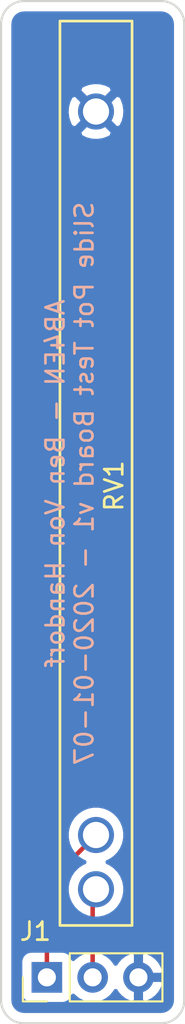
<source format=kicad_pcb>
(kicad_pcb (version 20171130) (host pcbnew 5.1.4-e60b266~84~ubuntu18.04.1)

  (general
    (thickness 1.6)
    (drawings 9)
    (tracks 4)
    (zones 0)
    (modules 2)
    (nets 4)
  )

  (page A4)
  (layers
    (0 F.Cu signal)
    (31 B.Cu signal)
    (32 B.Adhes user)
    (33 F.Adhes user)
    (34 B.Paste user)
    (35 F.Paste user)
    (36 B.SilkS user)
    (37 F.SilkS user)
    (38 B.Mask user)
    (39 F.Mask user)
    (40 Dwgs.User user)
    (41 Cmts.User user)
    (42 Eco1.User user)
    (43 Eco2.User user)
    (44 Edge.Cuts user)
    (45 Margin user)
    (46 B.CrtYd user)
    (47 F.CrtYd user)
    (48 B.Fab user)
    (49 F.Fab user)
  )

  (setup
    (last_trace_width 0.25)
    (trace_clearance 0.2)
    (zone_clearance 0.508)
    (zone_45_only no)
    (trace_min 0.2)
    (via_size 0.8)
    (via_drill 0.4)
    (via_min_size 0.4)
    (via_min_drill 0.3)
    (uvia_size 0.3)
    (uvia_drill 0.1)
    (uvias_allowed no)
    (uvia_min_size 0.2)
    (uvia_min_drill 0.1)
    (edge_width 0.05)
    (segment_width 0.2)
    (pcb_text_width 0.3)
    (pcb_text_size 1.5 1.5)
    (mod_edge_width 0.12)
    (mod_text_size 1 1)
    (mod_text_width 0.15)
    (pad_size 1.524 1.524)
    (pad_drill 0.762)
    (pad_to_mask_clearance 0.051)
    (solder_mask_min_width 0.25)
    (aux_axis_origin 0 0)
    (visible_elements FFFFFF7F)
    (pcbplotparams
      (layerselection 0x010fc_ffffffff)
      (usegerberextensions false)
      (usegerberattributes false)
      (usegerberadvancedattributes false)
      (creategerberjobfile false)
      (excludeedgelayer true)
      (linewidth 0.100000)
      (plotframeref false)
      (viasonmask false)
      (mode 1)
      (useauxorigin false)
      (hpglpennumber 1)
      (hpglpenspeed 20)
      (hpglpendiameter 15.000000)
      (psnegative false)
      (psa4output false)
      (plotreference true)
      (plotvalue true)
      (plotinvisibletext false)
      (padsonsilk false)
      (subtractmaskfromsilk false)
      (outputformat 1)
      (mirror false)
      (drillshape 1)
      (scaleselection 1)
      (outputdirectory ""))
  )

  (net 0 "")
  (net 1 "Net-(J1-Pad1)")
  (net 2 "Net-(J1-Pad2)")
  (net 3 "Net-(J1-Pad3)")

  (net_class Default "This is the default net class."
    (clearance 0.2)
    (trace_width 0.25)
    (via_dia 0.8)
    (via_drill 0.4)
    (uvia_dia 0.3)
    (uvia_drill 0.1)
    (add_net "Net-(J1-Pad1)")
    (add_net "Net-(J1-Pad2)")
    (add_net "Net-(J1-Pad3)")
  )

  (module BVH_Components_Misc:Pot_Slide_Misc_EIL (layer F.Cu) (tedit 5E149A0F) (tstamp 5E14B87A)
    (at 112.484999 122.225001 90)
    (path /5E14CEF0)
    (fp_text reference RV1 (at 24.3 3 90) (layer F.SilkS)
      (effects (font (size 1 1) (thickness 0.15)))
    )
    (fp_text value R_POT (at 24.6 1 90) (layer F.Fab)
      (effects (font (size 1 1) (thickness 0.15)))
    )
    (fp_line (start 0 4) (end 0 0) (layer F.SilkS) (width 0.15))
    (fp_line (start 50 4) (end 0 4) (layer F.SilkS) (width 0.15))
    (fp_line (start 50 0) (end 50 4) (layer F.SilkS) (width 0.15))
    (fp_line (start 0 0) (end 50 0) (layer F.SilkS) (width 0.15))
    (pad 3 thru_hole circle (at 45 2 90) (size 2 2) (drill 1.45) (layers *.Cu *.Mask)
      (net 3 "Net-(J1-Pad3)"))
    (pad 1 thru_hole circle (at 5 2 90) (size 2 2) (drill 1.45) (layers *.Cu *.Mask)
      (net 1 "Net-(J1-Pad1)"))
    (pad 2 thru_hole circle (at 2 2 90) (size 2 2) (drill 1.45) (layers *.Cu *.Mask)
      (net 2 "Net-(J1-Pad2)"))
  )

  (module Pin_Headers:Pin_Header_Straight_1x03_Pitch2.54mm (layer F.Cu) (tedit 59650532) (tstamp 5E14B92C)
    (at 111.76 125.095 90)
    (descr "Through hole straight pin header, 1x03, 2.54mm pitch, single row")
    (tags "Through hole pin header THT 1x03 2.54mm single row")
    (path /5E14D69C)
    (fp_text reference J1 (at 2.54 -0.635 180) (layer F.SilkS)
      (effects (font (size 1 1) (thickness 0.15)))
    )
    (fp_text value Conn_01x03_Male (at 8.89 5.715 90) (layer F.Fab)
      (effects (font (size 1 1) (thickness 0.15)))
    )
    (fp_line (start -0.635 -1.27) (end 1.27 -1.27) (layer F.Fab) (width 0.1))
    (fp_line (start 1.27 -1.27) (end 1.27 6.35) (layer F.Fab) (width 0.1))
    (fp_line (start 1.27 6.35) (end -1.27 6.35) (layer F.Fab) (width 0.1))
    (fp_line (start -1.27 6.35) (end -1.27 -0.635) (layer F.Fab) (width 0.1))
    (fp_line (start -1.27 -0.635) (end -0.635 -1.27) (layer F.Fab) (width 0.1))
    (fp_line (start -1.33 6.41) (end 1.33 6.41) (layer F.SilkS) (width 0.12))
    (fp_line (start -1.33 1.27) (end -1.33 6.41) (layer F.SilkS) (width 0.12))
    (fp_line (start 1.33 1.27) (end 1.33 6.41) (layer F.SilkS) (width 0.12))
    (fp_line (start -1.33 1.27) (end 1.33 1.27) (layer F.SilkS) (width 0.12))
    (fp_line (start -1.33 0) (end -1.33 -1.33) (layer F.SilkS) (width 0.12))
    (fp_line (start -1.33 -1.33) (end 0 -1.33) (layer F.SilkS) (width 0.12))
    (fp_line (start -1.8 -1.8) (end -1.8 6.85) (layer F.CrtYd) (width 0.05))
    (fp_line (start -1.8 6.85) (end 1.8 6.85) (layer F.CrtYd) (width 0.05))
    (fp_line (start 1.8 6.85) (end 1.8 -1.8) (layer F.CrtYd) (width 0.05))
    (fp_line (start 1.8 -1.8) (end -1.8 -1.8) (layer F.CrtYd) (width 0.05))
    (fp_text user %R (at 0 2.54) (layer F.Fab)
      (effects (font (size 1 1) (thickness 0.15)))
    )
    (pad 1 thru_hole rect (at 0 0 90) (size 1.7 1.7) (drill 1) (layers *.Cu *.Mask)
      (net 1 "Net-(J1-Pad1)"))
    (pad 2 thru_hole oval (at 0 2.54 90) (size 1.7 1.7) (drill 1) (layers *.Cu *.Mask)
      (net 2 "Net-(J1-Pad2)"))
    (pad 3 thru_hole oval (at 0 5.08 90) (size 1.7 1.7) (drill 1) (layers *.Cu *.Mask)
      (net 3 "Net-(J1-Pad3)"))
    (model ${KISYS3DMOD}/Pin_Headers.3dshapes/Pin_Header_Straight_1x03_Pitch2.54mm.wrl
      (at (xyz 0 0 0))
      (scale (xyz 1 1 1))
      (rotate (xyz 0 0 0))
    )
  )

  (gr_text "AB4EN - Ben Von Handorf\nSlide Pot Test Board v1 - 2020-01-07" (at 113.03 97.79 90) (layer B.SilkS)
    (effects (font (size 1 1) (thickness 0.15)) (justify mirror))
  )
  (gr_arc (start 118.11 126.365) (end 118.11 127.635) (angle -90) (layer Edge.Cuts) (width 0.12))
  (gr_arc (start 110.49 126.365) (end 109.22 126.365) (angle -90) (layer Edge.Cuts) (width 0.12))
  (gr_arc (start 118.11 72.39) (end 119.38 72.39) (angle -90) (layer Edge.Cuts) (width 0.12))
  (gr_arc (start 110.49 72.39) (end 110.49 71.12) (angle -90) (layer Edge.Cuts) (width 0.12))
  (gr_line (start 119.38 72.39) (end 119.38 126.365) (layer Edge.Cuts) (width 0.12) (tstamp 5E14B986))
  (gr_line (start 110.49 71.12) (end 118.11 71.12) (layer Edge.Cuts) (width 0.12))
  (gr_line (start 109.22 126.365) (end 109.22 72.39) (layer Edge.Cuts) (width 0.12))
  (gr_line (start 118.11 127.635) (end 110.49 127.635) (layer Edge.Cuts) (width 0.12))

  (segment (start 111.76 119.95) (end 114.484999 117.225001) (width 0.25) (layer F.Cu) (net 1))
  (segment (start 111.76 125.095) (end 111.76 119.95) (width 0.25) (layer F.Cu) (net 1))
  (segment (start 114.3 120.41) (end 114.484999 120.225001) (width 0.25) (layer F.Cu) (net 2))
  (segment (start 114.3 125.095) (end 114.3 120.41) (width 0.25) (layer F.Cu) (net 2))

  (zone (net 3) (net_name "Net-(J1-Pad3)") (layer B.Cu) (tstamp 0) (hatch edge 0.508)
    (connect_pads (clearance 0.508))
    (min_thickness 0.254)
    (fill yes (arc_segments 32) (thermal_gap 0.508) (thermal_bridge_width 0.508))
    (polygon
      (pts
        (xy 109.22 71.12) (xy 119.38 71.12) (xy 119.38 127.635) (xy 109.22 127.635)
      )
    )
    (filled_polygon
      (pts
        (xy 118.221034 71.82922) (xy 118.327847 71.861469) (xy 118.426358 71.913848) (xy 118.512815 71.984361) (xy 118.583935 72.07033)
        (xy 118.636998 72.168469) (xy 118.669991 72.27505) (xy 118.685 72.417853) (xy 118.685001 126.330999) (xy 118.67078 126.476034)
        (xy 118.638531 126.582849) (xy 118.586154 126.681356) (xy 118.51564 126.767814) (xy 118.42967 126.838935) (xy 118.331531 126.891998)
        (xy 118.22495 126.924991) (xy 118.082147 126.94) (xy 110.523991 126.94) (xy 110.378966 126.92578) (xy 110.272151 126.893531)
        (xy 110.173644 126.841154) (xy 110.087186 126.77064) (xy 110.016065 126.68467) (xy 109.963002 126.586531) (xy 109.930009 126.47995)
        (xy 109.915 126.337147) (xy 109.915 124.245) (xy 110.271928 124.245) (xy 110.271928 125.945) (xy 110.284188 126.069482)
        (xy 110.320498 126.18918) (xy 110.379463 126.299494) (xy 110.458815 126.396185) (xy 110.555506 126.475537) (xy 110.66582 126.534502)
        (xy 110.785518 126.570812) (xy 110.91 126.583072) (xy 112.61 126.583072) (xy 112.734482 126.570812) (xy 112.85418 126.534502)
        (xy 112.964494 126.475537) (xy 113.061185 126.396185) (xy 113.140537 126.299494) (xy 113.199502 126.18918) (xy 113.220393 126.120313)
        (xy 113.244866 126.150134) (xy 113.470986 126.335706) (xy 113.728966 126.473599) (xy 114.008889 126.558513) (xy 114.22705 126.58)
        (xy 114.37295 126.58) (xy 114.591111 126.558513) (xy 114.871034 126.473599) (xy 115.129014 126.335706) (xy 115.355134 126.150134)
        (xy 115.540706 125.924014) (xy 115.575201 125.859477) (xy 115.644822 125.976355) (xy 115.839731 126.192588) (xy 116.07308 126.366641)
        (xy 116.335901 126.491825) (xy 116.48311 126.536476) (xy 116.713 126.415155) (xy 116.713 125.222) (xy 116.967 125.222)
        (xy 116.967 126.415155) (xy 117.19689 126.536476) (xy 117.344099 126.491825) (xy 117.60692 126.366641) (xy 117.840269 126.192588)
        (xy 118.035178 125.976355) (xy 118.184157 125.726252) (xy 118.281481 125.451891) (xy 118.160814 125.222) (xy 116.967 125.222)
        (xy 116.713 125.222) (xy 116.693 125.222) (xy 116.693 124.968) (xy 116.713 124.968) (xy 116.713 123.774845)
        (xy 116.967 123.774845) (xy 116.967 124.968) (xy 118.160814 124.968) (xy 118.281481 124.738109) (xy 118.184157 124.463748)
        (xy 118.035178 124.213645) (xy 117.840269 123.997412) (xy 117.60692 123.823359) (xy 117.344099 123.698175) (xy 117.19689 123.653524)
        (xy 116.967 123.774845) (xy 116.713 123.774845) (xy 116.48311 123.653524) (xy 116.335901 123.698175) (xy 116.07308 123.823359)
        (xy 115.839731 123.997412) (xy 115.644822 124.213645) (xy 115.575201 124.330523) (xy 115.540706 124.265986) (xy 115.355134 124.039866)
        (xy 115.129014 123.854294) (xy 114.871034 123.716401) (xy 114.591111 123.631487) (xy 114.37295 123.61) (xy 114.22705 123.61)
        (xy 114.008889 123.631487) (xy 113.728966 123.716401) (xy 113.470986 123.854294) (xy 113.244866 124.039866) (xy 113.220393 124.069687)
        (xy 113.199502 124.00082) (xy 113.140537 123.890506) (xy 113.061185 123.793815) (xy 112.964494 123.714463) (xy 112.85418 123.655498)
        (xy 112.734482 123.619188) (xy 112.61 123.606928) (xy 110.91 123.606928) (xy 110.785518 123.619188) (xy 110.66582 123.655498)
        (xy 110.555506 123.714463) (xy 110.458815 123.793815) (xy 110.379463 123.890506) (xy 110.320498 124.00082) (xy 110.284188 124.120518)
        (xy 110.271928 124.245) (xy 109.915 124.245) (xy 109.915 117.063968) (xy 112.849999 117.063968) (xy 112.849999 117.386034)
        (xy 112.912831 117.701913) (xy 113.036081 117.999464) (xy 113.215012 118.267253) (xy 113.442747 118.494988) (xy 113.710536 118.673919)
        (xy 113.833859 118.725001) (xy 113.710536 118.776083) (xy 113.442747 118.955014) (xy 113.215012 119.182749) (xy 113.036081 119.450538)
        (xy 112.912831 119.748089) (xy 112.849999 120.063968) (xy 112.849999 120.386034) (xy 112.912831 120.701913) (xy 113.036081 120.999464)
        (xy 113.215012 121.267253) (xy 113.442747 121.494988) (xy 113.710536 121.673919) (xy 114.008087 121.797169) (xy 114.323966 121.860001)
        (xy 114.646032 121.860001) (xy 114.961911 121.797169) (xy 115.259462 121.673919) (xy 115.527251 121.494988) (xy 115.754986 121.267253)
        (xy 115.933917 120.999464) (xy 116.057167 120.701913) (xy 116.119999 120.386034) (xy 116.119999 120.063968) (xy 116.057167 119.748089)
        (xy 115.933917 119.450538) (xy 115.754986 119.182749) (xy 115.527251 118.955014) (xy 115.259462 118.776083) (xy 115.136139 118.725001)
        (xy 115.259462 118.673919) (xy 115.527251 118.494988) (xy 115.754986 118.267253) (xy 115.933917 117.999464) (xy 116.057167 117.701913)
        (xy 116.119999 117.386034) (xy 116.119999 117.063968) (xy 116.057167 116.748089) (xy 115.933917 116.450538) (xy 115.754986 116.182749)
        (xy 115.527251 115.955014) (xy 115.259462 115.776083) (xy 114.961911 115.652833) (xy 114.646032 115.590001) (xy 114.323966 115.590001)
        (xy 114.008087 115.652833) (xy 113.710536 115.776083) (xy 113.442747 115.955014) (xy 113.215012 116.182749) (xy 113.036081 116.450538)
        (xy 112.912831 116.748089) (xy 112.849999 117.063968) (xy 109.915 117.063968) (xy 109.915 78.360414) (xy 113.529191 78.360414)
        (xy 113.624955 78.624815) (xy 113.91457 78.765705) (xy 114.226107 78.847385) (xy 114.547594 78.866719) (xy 114.866674 78.822962)
        (xy 115.171087 78.717796) (xy 115.345043 78.624815) (xy 115.440807 78.360414) (xy 114.484999 77.404606) (xy 113.529191 78.360414)
        (xy 109.915 78.360414) (xy 109.915 77.287596) (xy 112.843281 77.287596) (xy 112.887038 77.606676) (xy 112.992204 77.911089)
        (xy 113.085185 78.085045) (xy 113.349586 78.180809) (xy 114.305394 77.225001) (xy 114.664604 77.225001) (xy 115.620412 78.180809)
        (xy 115.884813 78.085045) (xy 116.025703 77.79543) (xy 116.107383 77.483893) (xy 116.126717 77.162406) (xy 116.08296 76.843326)
        (xy 115.977794 76.538913) (xy 115.884813 76.364957) (xy 115.620412 76.269193) (xy 114.664604 77.225001) (xy 114.305394 77.225001)
        (xy 113.349586 76.269193) (xy 113.085185 76.364957) (xy 112.944295 76.654572) (xy 112.862615 76.966109) (xy 112.843281 77.287596)
        (xy 109.915 77.287596) (xy 109.915 76.089588) (xy 113.529191 76.089588) (xy 114.484999 77.045396) (xy 115.440807 76.089588)
        (xy 115.345043 75.825187) (xy 115.055428 75.684297) (xy 114.743891 75.602617) (xy 114.422404 75.583283) (xy 114.103324 75.62704)
        (xy 113.798911 75.732206) (xy 113.624955 75.825187) (xy 113.529191 76.089588) (xy 109.915 76.089588) (xy 109.915 72.423991)
        (xy 109.92922 72.278966) (xy 109.961469 72.172153) (xy 110.013848 72.073642) (xy 110.084361 71.987185) (xy 110.17033 71.916065)
        (xy 110.268469 71.863002) (xy 110.37505 71.830009) (xy 110.517853 71.815) (xy 118.076009 71.815)
      )
    )
  )
)

</source>
